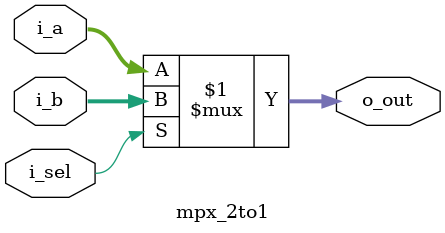
<source format=v>
`timescale 1ns / 1ps

module mpx_2to1 
#(
    parameter NB_INPUT = 32            //! is the width of the input
)
(
    input  [NB_INPUT-1:0] i_a       ,  //! is the input to be selected when i_sel is 0
    input  [NB_INPUT-1:0] i_b       ,  //! is the input to be selected when i_sel is 1
    input                 i_sel     ,  //! is the selector
    output [NB_INPUT-1:0] o_out        //! is the output
);

assign o_out = i_sel ? i_b : i_a;      //! if i_sel is 1, then o_out is i_b, otherwise o_out is i_a
    
endmodule
</source>
